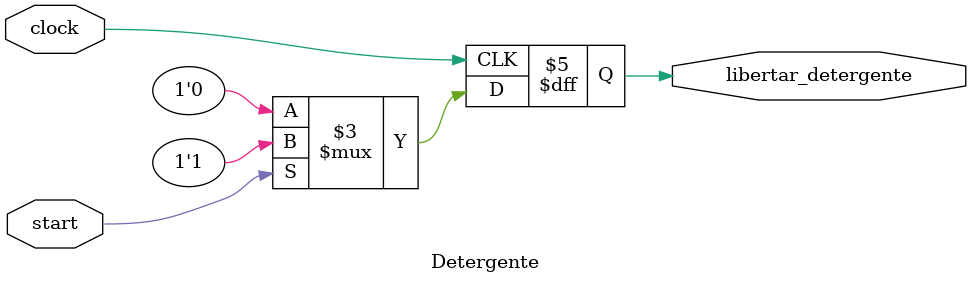
<source format=v>
`timescale 1ns / 1ps
module Detergente(
    input wire clock,
    input wire start,
    output reg libertar_detergente
);
    always @(posedge clock) begin
        if (start) begin
            libertar_detergente <= 1'b1;
        end else begin
            libertar_detergente <= 1'b0;
        end
    end
endmodule

</source>
